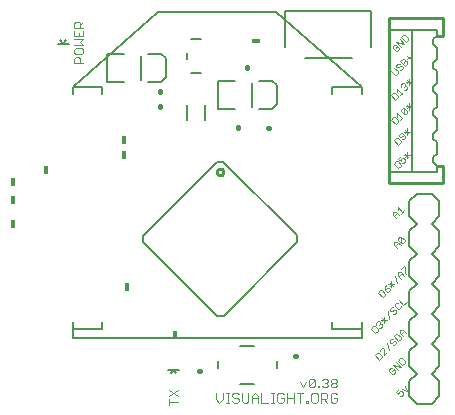
<source format=gto>
G75*
G70*
%OFA0B0*%
%FSLAX24Y24*%
%IPPOS*%
%LPD*%
%AMOC8*
5,1,8,0,0,1.08239X$1,22.5*
%
%ADD10C,0.0020*%
%ADD11C,0.0030*%
%ADD12C,0.0160*%
%ADD13C,0.0080*%
%ADD14C,0.0050*%
%ADD15R,0.0280X0.0160*%
%ADD16R,0.0160X0.0280*%
%ADD17C,0.0100*%
D10*
X017252Y002026D02*
X017330Y002104D01*
X017382Y002104D01*
X017486Y002001D01*
X017486Y001949D01*
X017408Y001871D01*
X017252Y002026D01*
X017435Y002157D02*
X017435Y002209D01*
X017486Y002261D01*
X017538Y002261D01*
X017564Y002235D01*
X017564Y002027D01*
X017668Y002131D01*
X017721Y002183D02*
X017669Y002443D01*
X017747Y002469D02*
X017773Y002443D01*
X017825Y002443D01*
X017877Y002495D01*
X017929Y002495D01*
X017955Y002469D01*
X017955Y002417D01*
X017903Y002366D01*
X017851Y002366D01*
X017747Y002469D02*
X017747Y002521D01*
X017799Y002573D01*
X017851Y002573D01*
X017877Y002652D02*
X017955Y002729D01*
X018007Y002729D01*
X018111Y002626D01*
X018111Y002574D01*
X018033Y002496D01*
X017877Y002652D01*
X018086Y002756D02*
X018086Y002860D01*
X018189Y002860D01*
X018293Y002756D01*
X018215Y002834D02*
X018111Y002730D01*
X018086Y002756D02*
X018189Y002652D01*
X017606Y003145D02*
X017503Y003249D01*
X017555Y003301D02*
X017555Y003093D01*
X017503Y003145D02*
X017606Y003249D01*
X017658Y003197D02*
X017451Y003197D01*
X017398Y003145D02*
X017424Y003119D01*
X017424Y003067D01*
X017476Y003067D01*
X017502Y003041D01*
X017502Y002989D01*
X017450Y002937D01*
X017398Y002937D01*
X017346Y002885D02*
X017242Y002988D01*
X017190Y002988D01*
X017112Y002910D01*
X017268Y002755D01*
X017346Y002833D01*
X017346Y002885D01*
X017295Y003041D02*
X017295Y003093D01*
X017346Y003145D01*
X017398Y003145D01*
X017424Y003067D02*
X017398Y003041D01*
X017737Y003224D02*
X017685Y003483D01*
X017763Y003510D02*
X017789Y003484D01*
X017841Y003484D01*
X017893Y003536D01*
X017945Y003536D01*
X017971Y003510D01*
X017971Y003458D01*
X017919Y003406D01*
X017867Y003406D01*
X017763Y003510D02*
X017763Y003561D01*
X017815Y003613D01*
X017867Y003613D01*
X017920Y003666D02*
X018023Y003562D01*
X018075Y003562D01*
X018127Y003614D01*
X018127Y003666D01*
X018206Y003692D02*
X018050Y003848D01*
X018023Y003770D02*
X017971Y003770D01*
X017920Y003718D01*
X017920Y003666D01*
X018206Y003692D02*
X018309Y003796D01*
X017746Y004181D02*
X017746Y004233D01*
X017720Y004259D01*
X017668Y004259D01*
X017590Y004181D01*
X017642Y004129D01*
X017694Y004129D01*
X017746Y004181D01*
X017799Y004285D02*
X017799Y004493D01*
X017850Y004441D02*
X017747Y004337D01*
X017695Y004389D02*
X017902Y004389D01*
X017850Y004337D02*
X017747Y004441D01*
X017616Y004363D02*
X017590Y004285D01*
X017590Y004181D01*
X017590Y004077D02*
X017486Y004180D01*
X017434Y004180D01*
X017356Y004102D01*
X017512Y003947D01*
X017590Y004025D01*
X017590Y004077D01*
X017981Y004416D02*
X017929Y004675D01*
X018033Y004676D02*
X018137Y004572D01*
X018059Y004650D02*
X018163Y004753D01*
X018137Y004779D02*
X018241Y004676D01*
X018293Y004728D02*
X018267Y004754D01*
X018267Y004962D01*
X018241Y004988D01*
X018138Y004884D01*
X018137Y004779D02*
X018033Y004779D01*
X018033Y004676D01*
X018008Y005579D02*
X017904Y005683D01*
X017904Y005786D01*
X018008Y005786D01*
X018112Y005683D01*
X018138Y005761D02*
X018138Y005969D01*
X018242Y005865D01*
X018242Y005813D01*
X018190Y005761D01*
X018138Y005761D01*
X018035Y005865D01*
X018035Y005917D01*
X018086Y005969D01*
X018138Y005969D01*
X018034Y005760D02*
X017930Y005657D01*
X017960Y006587D02*
X017856Y006691D01*
X017856Y006794D01*
X017960Y006794D01*
X018064Y006691D01*
X018116Y006743D02*
X018220Y006847D01*
X018168Y006795D02*
X018012Y006951D01*
X018012Y006847D01*
X017986Y006768D02*
X017882Y006665D01*
X018036Y008247D02*
X018114Y008325D01*
X018114Y008377D01*
X018010Y008480D01*
X017958Y008480D01*
X017880Y008402D01*
X018036Y008247D01*
X018166Y008429D02*
X018218Y008429D01*
X018270Y008481D01*
X018270Y008533D01*
X018218Y008585D01*
X018166Y008585D01*
X018140Y008559D01*
X018114Y008481D01*
X018037Y008559D01*
X018140Y008663D01*
X018219Y008689D02*
X018426Y008689D01*
X018374Y008637D02*
X018271Y008741D01*
X018323Y008793D02*
X018323Y008585D01*
X018271Y008637D02*
X018374Y008741D01*
X018036Y009035D02*
X018114Y009113D01*
X018114Y009165D01*
X018010Y009268D01*
X017958Y009268D01*
X017880Y009190D01*
X018036Y009035D01*
X018166Y009217D02*
X018218Y009217D01*
X018270Y009269D01*
X018270Y009321D01*
X018166Y009425D01*
X018114Y009425D01*
X018063Y009373D01*
X018063Y009321D01*
X018088Y009295D01*
X018140Y009295D01*
X018218Y009373D01*
X018271Y009425D02*
X018374Y009529D01*
X018323Y009581D02*
X018323Y009373D01*
X018374Y009425D02*
X018271Y009529D01*
X018219Y009477D02*
X018426Y009477D01*
X018104Y009871D02*
X018208Y009975D01*
X018156Y009923D02*
X018000Y010079D01*
X018000Y009975D01*
X017922Y009948D02*
X018026Y009845D01*
X018026Y009793D01*
X017948Y009715D01*
X017792Y009870D01*
X017870Y009948D01*
X017922Y009948D01*
X018131Y010157D02*
X018131Y010209D01*
X018183Y010261D01*
X018235Y010261D01*
X018235Y010053D01*
X018286Y010053D01*
X018338Y010105D01*
X018338Y010157D01*
X018235Y010261D01*
X018287Y010313D02*
X018495Y010313D01*
X018443Y010261D02*
X018339Y010365D01*
X018391Y010417D02*
X018391Y010210D01*
X018339Y010261D02*
X018443Y010365D01*
X018235Y010053D02*
X018131Y010157D01*
X017940Y010535D02*
X018018Y010613D01*
X018018Y010665D01*
X017914Y010768D01*
X017862Y010768D01*
X017784Y010690D01*
X017940Y010535D01*
X018096Y010691D02*
X018200Y010795D01*
X018148Y010743D02*
X017992Y010899D01*
X017992Y010795D01*
X018123Y010977D02*
X018123Y011029D01*
X018175Y011081D01*
X018227Y011081D01*
X018253Y011055D01*
X018253Y011003D01*
X018304Y011003D01*
X018330Y010977D01*
X018330Y010925D01*
X018278Y010873D01*
X018227Y010873D01*
X018227Y010977D02*
X018253Y011003D01*
X018331Y011081D02*
X018435Y011185D01*
X018487Y011133D02*
X018279Y011133D01*
X018331Y011185D02*
X018435Y011081D01*
X018383Y011030D02*
X018383Y011237D01*
X018026Y011429D02*
X018026Y011481D01*
X017896Y011610D01*
X017975Y011637D02*
X018000Y011611D01*
X018052Y011611D01*
X018104Y011663D01*
X018156Y011663D01*
X018182Y011637D01*
X018182Y011585D01*
X018130Y011533D01*
X018078Y011533D01*
X018026Y011429D02*
X017974Y011377D01*
X017922Y011377D01*
X017792Y011506D01*
X017975Y011637D02*
X017975Y011689D01*
X018026Y011741D01*
X018078Y011741D01*
X018105Y011819D02*
X018183Y011897D01*
X018235Y011897D01*
X018261Y011871D01*
X018261Y011819D01*
X018183Y011741D01*
X018261Y011663D02*
X018105Y011819D01*
X018261Y011819D02*
X018312Y011819D01*
X018338Y011793D01*
X018338Y011741D01*
X018261Y011663D01*
X018339Y011897D02*
X018443Y012001D01*
X018339Y012001D02*
X018443Y011897D01*
X018050Y012221D02*
X017998Y012169D01*
X017946Y012169D01*
X017842Y012273D01*
X017842Y012324D01*
X017894Y012376D01*
X017946Y012376D01*
X017998Y012324D02*
X017946Y012273D01*
X017998Y012324D02*
X018050Y012273D01*
X018050Y012221D01*
X018128Y012299D02*
X017973Y012455D01*
X018232Y012403D01*
X018076Y012559D01*
X018129Y012611D02*
X018207Y012689D01*
X018259Y012689D01*
X018362Y012585D01*
X018362Y012533D01*
X018285Y012455D01*
X018129Y012611D01*
X018147Y001917D02*
X018095Y001917D01*
X018017Y001839D01*
X018173Y001683D01*
X018250Y001761D01*
X018250Y001813D01*
X018147Y001917D01*
X017964Y001787D02*
X018120Y001631D01*
X017861Y001683D01*
X018016Y001527D01*
X017938Y001501D02*
X017886Y001552D01*
X017834Y001501D01*
X017834Y001604D02*
X017782Y001604D01*
X017730Y001552D01*
X017730Y001501D01*
X017834Y001397D01*
X017886Y001397D01*
X017938Y001449D01*
X017938Y001501D01*
X018272Y000999D02*
X018324Y000843D01*
X018168Y000895D01*
X018142Y000816D02*
X018194Y000765D01*
X018194Y000713D01*
X018142Y000661D01*
X018090Y000661D01*
X018038Y000713D02*
X018064Y000790D01*
X018090Y000816D01*
X018142Y000816D01*
X018064Y000894D02*
X017960Y000790D01*
X018038Y000713D01*
D11*
X015994Y000711D02*
X015941Y000764D01*
X015834Y000764D01*
X015781Y000711D01*
X015781Y000497D01*
X015834Y000444D01*
X015941Y000444D01*
X015994Y000497D01*
X015994Y000604D01*
X015887Y000604D01*
X015672Y000604D02*
X015618Y000550D01*
X015458Y000550D01*
X015458Y000444D02*
X015458Y000764D01*
X015618Y000764D01*
X015672Y000711D01*
X015672Y000604D01*
X015565Y000550D02*
X015672Y000444D01*
X015350Y000497D02*
X015350Y000711D01*
X015296Y000764D01*
X015189Y000764D01*
X015136Y000711D01*
X015136Y000497D01*
X015189Y000444D01*
X015296Y000444D01*
X015350Y000497D01*
X015028Y000497D02*
X015028Y000444D01*
X014975Y000444D01*
X014975Y000497D01*
X015028Y000497D01*
X014759Y000444D02*
X014759Y000764D01*
X014653Y000764D02*
X014866Y000764D01*
X014856Y000948D02*
X014952Y001141D01*
X015054Y001190D02*
X015054Y000996D01*
X015247Y001190D01*
X015247Y000996D01*
X015199Y000948D01*
X015102Y000948D01*
X015054Y000996D01*
X014856Y000948D02*
X014759Y001141D01*
X015054Y001190D02*
X015102Y001238D01*
X015199Y001238D01*
X015247Y001190D01*
X015496Y001190D02*
X015544Y001238D01*
X015641Y001238D01*
X015689Y001190D01*
X015689Y001141D01*
X015641Y001093D01*
X015689Y001044D01*
X015689Y000996D01*
X015641Y000948D01*
X015544Y000948D01*
X015496Y000996D01*
X015397Y000996D02*
X015397Y000948D01*
X015348Y000948D01*
X015348Y000996D01*
X015397Y000996D01*
X015592Y001093D02*
X015641Y001093D01*
X015790Y001141D02*
X015790Y001190D01*
X015839Y001238D01*
X015935Y001238D01*
X015984Y001190D01*
X015984Y001141D01*
X015935Y001093D01*
X015839Y001093D01*
X015790Y001141D01*
X015839Y001093D02*
X015790Y001044D01*
X015790Y000996D01*
X015839Y000948D01*
X015935Y000948D01*
X015984Y000996D01*
X015984Y001044D01*
X015935Y001093D01*
X014544Y000764D02*
X014544Y000444D01*
X014544Y000604D02*
X014330Y000604D01*
X014222Y000604D02*
X014222Y000497D01*
X014168Y000444D01*
X014061Y000444D01*
X014008Y000497D01*
X014008Y000711D01*
X014061Y000764D01*
X014168Y000764D01*
X014222Y000711D01*
X014222Y000604D02*
X014115Y000604D01*
X013900Y000764D02*
X013793Y000764D01*
X013847Y000764D02*
X013847Y000444D01*
X013900Y000444D02*
X013793Y000444D01*
X013684Y000444D02*
X013471Y000444D01*
X013471Y000764D01*
X013362Y000657D02*
X013362Y000444D01*
X013362Y000604D02*
X013149Y000604D01*
X013149Y000657D02*
X013255Y000764D01*
X013362Y000657D01*
X013149Y000657D02*
X013149Y000444D01*
X013040Y000497D02*
X013040Y000764D01*
X012826Y000764D02*
X012826Y000497D01*
X012880Y000444D01*
X012987Y000444D01*
X013040Y000497D01*
X012718Y000497D02*
X012664Y000444D01*
X012558Y000444D01*
X012504Y000497D01*
X012558Y000604D02*
X012504Y000657D01*
X012504Y000711D01*
X012558Y000764D01*
X012664Y000764D01*
X012718Y000711D01*
X012664Y000604D02*
X012718Y000550D01*
X012718Y000497D01*
X012664Y000604D02*
X012558Y000604D01*
X012396Y000764D02*
X012289Y000764D01*
X012343Y000764D02*
X012343Y000444D01*
X012396Y000444D02*
X012289Y000444D01*
X012181Y000550D02*
X012181Y000764D01*
X011967Y000764D02*
X011967Y000550D01*
X012074Y000444D01*
X012181Y000550D01*
X010698Y000469D02*
X010408Y000469D01*
X010408Y000372D02*
X010408Y000566D01*
X010408Y000667D02*
X010698Y000860D01*
X010698Y000667D02*
X010408Y000860D01*
X014330Y000764D02*
X014330Y000444D01*
X007528Y011764D02*
X007238Y011764D01*
X007238Y011909D01*
X007286Y011958D01*
X007383Y011958D01*
X007431Y011909D01*
X007431Y011764D01*
X007480Y012059D02*
X007528Y012107D01*
X007528Y012204D01*
X007480Y012253D01*
X007286Y012253D01*
X007238Y012204D01*
X007238Y012107D01*
X007286Y012059D01*
X007480Y012059D01*
X007528Y012354D02*
X007238Y012354D01*
X007238Y012547D02*
X007528Y012547D01*
X007431Y012450D01*
X007528Y012354D01*
X007528Y012648D02*
X007238Y012648D01*
X007238Y012842D01*
X007238Y012943D02*
X007238Y013088D01*
X007286Y013136D01*
X007383Y013136D01*
X007431Y013088D01*
X007431Y012943D01*
X007431Y013040D02*
X007528Y013136D01*
X007528Y012943D02*
X007238Y012943D01*
X007383Y012745D02*
X007383Y012648D01*
X007528Y012648D02*
X007528Y012842D01*
D12*
X010100Y010813D02*
X010100Y010789D01*
X010100Y010313D02*
X010100Y010289D01*
X012700Y009613D02*
X012700Y009589D01*
X013688Y009601D02*
X013712Y009601D01*
X013000Y011589D02*
X013000Y011613D01*
X014588Y002001D02*
X014612Y002001D01*
X011412Y001501D02*
X011388Y001501D01*
D13*
X007177Y002601D02*
X016823Y002601D01*
X016823Y002896D01*
X016823Y003112D01*
X016823Y002896D02*
X015839Y002896D01*
X015839Y003112D01*
X013984Y001819D02*
X013984Y001583D01*
X013236Y001071D02*
X012764Y001071D01*
X012016Y001583D02*
X012016Y001819D01*
X012764Y002331D02*
X013236Y002331D01*
X012216Y003340D02*
X011993Y003339D01*
X009539Y005785D01*
X009539Y006008D01*
X011984Y008462D01*
X012207Y008462D01*
X014661Y006016D01*
X014661Y005794D01*
X012216Y003340D01*
X010713Y001540D02*
X010532Y001540D01*
X010624Y001418D01*
X010532Y001540D02*
X010351Y001540D01*
X010446Y001418D02*
X010522Y001533D01*
X008161Y002896D02*
X008161Y003112D01*
X008161Y002896D02*
X007177Y002896D01*
X007177Y003112D01*
X007177Y002896D02*
X007177Y002601D01*
X018400Y002651D02*
X018400Y003151D01*
X018650Y003401D01*
X018400Y003651D01*
X018400Y004151D01*
X018650Y004401D01*
X018400Y004651D01*
X018400Y005151D01*
X018650Y005401D01*
X018400Y005651D01*
X018400Y006151D01*
X018650Y006401D01*
X018400Y006651D01*
X018400Y007151D01*
X018650Y007401D01*
X019150Y007401D01*
X019400Y007151D01*
X019400Y006651D01*
X019150Y006401D01*
X019400Y006151D01*
X019400Y005651D01*
X019150Y005401D01*
X019400Y005151D01*
X019400Y004651D01*
X019150Y004401D01*
X019400Y004151D01*
X019400Y003651D01*
X019150Y003401D01*
X019400Y003151D01*
X019400Y002651D01*
X019150Y002401D01*
X019400Y002151D01*
X019400Y001651D01*
X019150Y001401D01*
X019400Y001151D01*
X019400Y000651D01*
X019150Y000401D01*
X018650Y000401D01*
X018400Y000651D01*
X018400Y001151D01*
X018650Y001401D01*
X018400Y001651D01*
X018400Y002151D01*
X018650Y002401D01*
X018400Y002651D01*
X011600Y009851D02*
X011600Y010351D01*
X012016Y010228D02*
X012016Y011173D01*
X012606Y011173D01*
X013394Y011173D02*
X013827Y011173D01*
X013984Y011016D01*
X013984Y010386D01*
X013827Y010228D01*
X013394Y010228D01*
X012606Y010228D02*
X012016Y010228D01*
X011000Y010351D02*
X011000Y009851D01*
X010127Y011128D02*
X009694Y011128D01*
X010127Y011128D02*
X010284Y011286D01*
X010284Y011916D01*
X010127Y012073D01*
X009694Y012073D01*
X008906Y012073D02*
X008316Y012073D01*
X008316Y011128D01*
X008906Y011128D01*
X008161Y010967D02*
X008161Y010711D01*
X008161Y010967D02*
X007177Y010967D01*
X007177Y010711D01*
X007177Y010967D02*
X010031Y013467D01*
X013969Y013467D01*
X016823Y010967D01*
X015839Y010967D01*
X015839Y010711D01*
X016823Y010711D02*
X016823Y010967D01*
X016487Y011913D02*
X014913Y011913D01*
X014263Y012307D02*
X014263Y013488D01*
X017137Y013488D01*
X017137Y012307D01*
X011469Y012561D02*
X011131Y012561D01*
X010981Y012106D02*
X010981Y011895D01*
X011131Y011441D02*
X011469Y011441D01*
X007045Y012402D02*
X006864Y012402D01*
X006772Y012524D01*
X006683Y012402D02*
X006864Y012402D01*
X006874Y012408D02*
X006950Y012524D01*
D14*
X009450Y012001D02*
X009450Y011201D01*
X013150Y011101D02*
X013150Y010301D01*
X017752Y008138D02*
X018500Y008138D01*
X018500Y012863D01*
X017752Y012863D01*
X017752Y008138D01*
X018500Y008138D02*
X019319Y008138D01*
X019319Y008335D01*
X019201Y008453D01*
X019201Y008611D01*
X019319Y008729D01*
X019319Y009123D01*
X019201Y009241D01*
X019201Y009398D01*
X019319Y009516D01*
X019319Y009910D01*
X019201Y010028D01*
X019201Y010186D01*
X019319Y010304D01*
X019319Y010697D01*
X019201Y010816D01*
X019201Y010973D01*
X019319Y011091D01*
X019319Y011485D01*
X019201Y011603D01*
X019201Y011760D01*
X019319Y011879D01*
X019319Y012272D01*
X019201Y012390D01*
X019201Y012548D01*
X019319Y012666D01*
X019319Y012863D01*
X018500Y012863D01*
D15*
X013300Y012501D03*
D16*
X008900Y009201D03*
X008900Y008701D03*
X006300Y008201D03*
X005200Y007801D03*
X005200Y007201D03*
X005200Y006401D03*
X009000Y004301D03*
X010600Y002701D03*
D17*
X017713Y007745D02*
X019516Y007745D01*
X019516Y008335D01*
X019319Y008335D01*
X017713Y007745D02*
X017713Y013257D01*
X019516Y013257D01*
X019516Y012666D01*
X019319Y012666D01*
X011985Y008128D02*
X011987Y008148D01*
X011992Y008168D01*
X012002Y008186D01*
X012014Y008203D01*
X012029Y008217D01*
X012047Y008227D01*
X012066Y008235D01*
X012086Y008239D01*
X012106Y008239D01*
X012126Y008235D01*
X012145Y008227D01*
X012163Y008217D01*
X012178Y008203D01*
X012190Y008186D01*
X012200Y008168D01*
X012205Y008148D01*
X012207Y008128D01*
X012205Y008108D01*
X012200Y008088D01*
X012190Y008070D01*
X012178Y008053D01*
X012163Y008039D01*
X012145Y008029D01*
X012126Y008021D01*
X012106Y008017D01*
X012086Y008017D01*
X012066Y008021D01*
X012047Y008029D01*
X012029Y008039D01*
X012014Y008053D01*
X012002Y008070D01*
X011992Y008088D01*
X011987Y008108D01*
X011985Y008128D01*
M02*

</source>
